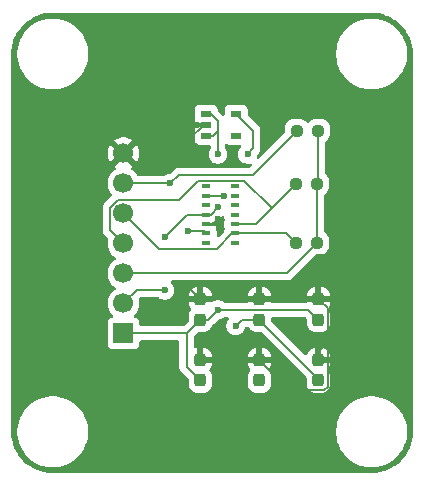
<source format=gbr>
%TF.GenerationSoftware,KiCad,Pcbnew,9.0.6*%
%TF.CreationDate,2026-02-18T16:24:27-08:00*%
%TF.ProjectId,sensor_ppg,73656e73-6f72-45f7-9070-672e6b696361,rev?*%
%TF.SameCoordinates,Original*%
%TF.FileFunction,Copper,L1,Top*%
%TF.FilePolarity,Positive*%
%FSLAX46Y46*%
G04 Gerber Fmt 4.6, Leading zero omitted, Abs format (unit mm)*
G04 Created by KiCad (PCBNEW 9.0.6) date 2026-02-18 16:24:27*
%MOMM*%
%LPD*%
G01*
G04 APERTURE LIST*
G04 Aperture macros list*
%AMRoundRect*
0 Rectangle with rounded corners*
0 $1 Rounding radius*
0 $2 $3 $4 $5 $6 $7 $8 $9 X,Y pos of 4 corners*
0 Add a 4 corners polygon primitive as box body*
4,1,4,$2,$3,$4,$5,$6,$7,$8,$9,$2,$3,0*
0 Add four circle primitives for the rounded corners*
1,1,$1+$1,$2,$3*
1,1,$1+$1,$4,$5*
1,1,$1+$1,$6,$7*
1,1,$1+$1,$8,$9*
0 Add four rect primitives between the rounded corners*
20,1,$1+$1,$2,$3,$4,$5,0*
20,1,$1+$1,$4,$5,$6,$7,0*
20,1,$1+$1,$6,$7,$8,$9,0*
20,1,$1+$1,$8,$9,$2,$3,0*%
G04 Aperture macros list end*
%TA.AperFunction,ComponentPad*%
%ADD10C,1.700000*%
%TD*%
%TA.AperFunction,ComponentPad*%
%ADD11R,1.700000X1.700000*%
%TD*%
%TA.AperFunction,SMDPad,CuDef*%
%ADD12R,0.750000X0.350000*%
%TD*%
%TA.AperFunction,SMDPad,CuDef*%
%ADD13R,0.952500X0.508000*%
%TD*%
%TA.AperFunction,SMDPad,CuDef*%
%ADD14RoundRect,0.237500X0.237500X-0.300000X0.237500X0.300000X-0.237500X0.300000X-0.237500X-0.300000X0*%
%TD*%
%TA.AperFunction,SMDPad,CuDef*%
%ADD15RoundRect,0.237500X-0.250000X-0.237500X0.250000X-0.237500X0.250000X0.237500X-0.250000X0.237500X0*%
%TD*%
%TA.AperFunction,ViaPad*%
%ADD16C,0.600000*%
%TD*%
%TA.AperFunction,Conductor*%
%ADD17C,0.200000*%
%TD*%
G04 APERTURE END LIST*
D10*
%TO.P,J1,7,Pin_7*%
%TO.N,GND*%
X115000000Y-77420000D03*
%TO.P,J1,6,Pin_6*%
%TO.N,/INT*%
X115000000Y-79960000D03*
%TO.P,J1,5,Pin_5*%
%TO.N,/SCL*%
X115000000Y-82500000D03*
%TO.P,J1,4,Pin_4*%
%TO.N,/SDA*%
X115000000Y-85040000D03*
%TO.P,J1,3,Pin_3*%
%TO.N,/VDDIO*%
X115000000Y-87580000D03*
%TO.P,J1,2,Pin_2*%
%TO.N,+1V8*%
X115000000Y-90120000D03*
D11*
%TO.P,J1,1,Pin_1*%
%TO.N,+3.3V*%
X115000000Y-92660000D03*
%TD*%
D12*
%TO.P,U1,1*%
%TO.N,N/C*%
X124400000Y-85000000D03*
%TO.P,U1,2,SCL*%
%TO.N,/SCL*%
X124400000Y-84200000D03*
%TO.P,U1,3,SDA*%
%TO.N,/SDA*%
X124400000Y-83400000D03*
%TO.P,U1,4,PGND*%
%TO.N,unconnected-(U1-PGND-Pad4)*%
X124400000Y-82600000D03*
%TO.P,U1,5*%
%TO.N,N/C*%
X124400000Y-81800000D03*
%TO.P,U1,6*%
X124400000Y-81000000D03*
%TO.P,U1,7*%
X124400000Y-80200000D03*
%TO.P,U1,8*%
X122000000Y-80200000D03*
%TO.P,U1,9,VLED+*%
%TO.N,+3.3V*%
X122000000Y-81000000D03*
%TO.P,U1,10,VLED+__1*%
%TO.N,unconnected-(U1-VLED+__1-Pad10)*%
X122000000Y-81800000D03*
%TO.P,U1,11,VDD*%
%TO.N,+1V8*%
X122000000Y-82600000D03*
%TO.P,U1,12,GND*%
%TO.N,GND*%
X122000000Y-83400000D03*
%TO.P,U1,13,~{INT}*%
%TO.N,/INT*%
X122000000Y-84200000D03*
%TO.P,U1,14*%
%TO.N,N/C*%
X122000000Y-85000000D03*
%TD*%
D13*
%TO.P,U3,5,VOUT*%
%TO.N,+1V8*%
X124552700Y-74049999D03*
%TO.P,U3,4,NC*%
%TO.N,unconnected-(U3-NC-Pad4)*%
X124552700Y-75950001D03*
%TO.P,U3,3,EN*%
%TO.N,+3.3V*%
X122000000Y-75950001D03*
%TO.P,U3,2,GND*%
%TO.N,GND*%
X122000000Y-75000000D03*
%TO.P,U3,1,VIN*%
%TO.N,+3.3V*%
X122000000Y-74049999D03*
%TD*%
D14*
%TO.P,C1,1*%
%TO.N,+3.3V*%
X121500000Y-91500000D03*
%TO.P,C1,2*%
%TO.N,GND*%
X121500000Y-89775000D03*
%TD*%
D15*
%TO.P,R1,2*%
%TO.N,/VDDIO*%
X131412500Y-85000000D03*
%TO.P,R1,1*%
%TO.N,/SCL*%
X129587500Y-85000000D03*
%TD*%
D14*
%TO.P,C6,2*%
%TO.N,GND*%
X131500000Y-94912500D03*
%TO.P,C6,1*%
%TO.N,+1V8*%
X131500000Y-96637500D03*
%TD*%
%TO.P,C4,2*%
%TO.N,GND*%
X126500000Y-94912500D03*
%TO.P,C4,1*%
%TO.N,+1V8*%
X126500000Y-96637500D03*
%TD*%
%TO.P,C3,2*%
%TO.N,GND*%
X126500000Y-89775000D03*
%TO.P,C3,1*%
%TO.N,+1V8*%
X126500000Y-91500000D03*
%TD*%
%TO.P,C2,2*%
%TO.N,GND*%
X121500000Y-94912500D03*
%TO.P,C2,1*%
%TO.N,+3.3V*%
X121500000Y-96637500D03*
%TD*%
%TO.P,C5,2*%
%TO.N,GND*%
X131500000Y-89775000D03*
%TO.P,C5,1*%
%TO.N,+3.3V*%
X131500000Y-91500000D03*
%TD*%
D15*
%TO.P,R3,2*%
%TO.N,/VDDIO*%
X131500000Y-75500000D03*
%TO.P,R3,1*%
%TO.N,/INT*%
X129675000Y-75500000D03*
%TD*%
%TO.P,R2,2*%
%TO.N,/VDDIO*%
X131412500Y-80000000D03*
%TO.P,R2,1*%
%TO.N,/SDA*%
X129587500Y-80000000D03*
%TD*%
D16*
%TO.N,+3.3V*%
X123000000Y-90661500D03*
X123000000Y-90661500D03*
%TO.N,+1V8*%
X124500000Y-92000000D03*
%TO.N,GND*%
X120000000Y-88500000D03*
%TO.N,+1V8*%
X123000000Y-82000000D03*
X125500000Y-77500000D03*
%TO.N,GND*%
X123000000Y-83000000D03*
X120500000Y-78000000D03*
%TO.N,+3.3V*%
X123500000Y-81000000D03*
X123500000Y-81000000D03*
X123000000Y-77500000D03*
%TO.N,/INT*%
X120500000Y-84000000D03*
X118960000Y-79960000D03*
%TO.N,+1V8*%
X118500000Y-84500000D03*
X118500000Y-89000000D03*
%TD*%
D17*
%TO.N,+3.3V*%
X123000000Y-90661500D02*
X123014500Y-90647000D01*
X121500000Y-91500000D02*
X122161500Y-91500000D01*
X122161500Y-91500000D02*
X123000000Y-90661500D01*
%TO.N,+1V8*%
X124500000Y-92000000D02*
X125000000Y-91500000D01*
X125000000Y-91500000D02*
X126500000Y-91500000D01*
%TO.N,GND*%
X120225000Y-88500000D02*
X120000000Y-88500000D01*
X121500000Y-89775000D02*
X120225000Y-88500000D01*
%TO.N,/VDDIO*%
X131412500Y-80000000D02*
X131412500Y-85000000D01*
X131500000Y-75500000D02*
X131500000Y-79912500D01*
X131500000Y-79912500D02*
X131412500Y-80000000D01*
%TO.N,+1V8*%
X123000000Y-82000000D02*
X122400000Y-82600000D01*
X122400000Y-82600000D02*
X122000000Y-82600000D01*
X126000000Y-77000000D02*
X125500000Y-77500000D01*
X126000000Y-75497299D02*
X126000000Y-77000000D01*
X124552700Y-74049999D02*
X126000000Y-75497299D01*
%TO.N,GND*%
X123000000Y-83000000D02*
X122600000Y-83400000D01*
X122600000Y-83400000D02*
X122000000Y-83400000D01*
X120500000Y-76277750D02*
X120500000Y-78000000D01*
X121777750Y-75000000D02*
X120500000Y-76277750D01*
X122000000Y-75000000D02*
X121777750Y-75000000D01*
%TO.N,+3.3V*%
X123000000Y-74667750D02*
X123000000Y-75500000D01*
X122000000Y-75950001D02*
X122549999Y-75950001D01*
X122549999Y-75950001D02*
X123000000Y-75500000D01*
X123500000Y-81000000D02*
X122000000Y-81000000D01*
X122382249Y-74049999D02*
X123000000Y-74667750D01*
X123000000Y-75500000D02*
X123000000Y-77500000D01*
X122000000Y-74049999D02*
X122382249Y-74049999D01*
%TO.N,/INT*%
X129675000Y-75500000D02*
X125951000Y-79224000D01*
X125951000Y-79224000D02*
X119696000Y-79224000D01*
X119696000Y-79224000D02*
X118960000Y-79960000D01*
X120500000Y-84000000D02*
X121800000Y-84000000D01*
X121800000Y-84000000D02*
X122000000Y-84200000D01*
X115000000Y-79960000D02*
X118960000Y-79960000D01*
X119000000Y-80000000D02*
X118960000Y-79960000D01*
%TO.N,+1V8*%
X118500000Y-84500000D02*
X120400000Y-82600000D01*
X120400000Y-82600000D02*
X122000000Y-82600000D01*
X116120000Y-89000000D02*
X118500000Y-89000000D01*
X115000000Y-90120000D02*
X116120000Y-89000000D01*
%TO.N,/SDA*%
X115000000Y-85040000D02*
X113849000Y-83889000D01*
X113849000Y-83889000D02*
X113849000Y-82023240D01*
X114523240Y-81349000D02*
X119699000Y-81349000D01*
X121324000Y-79724000D02*
X125224000Y-79724000D01*
X113849000Y-82023240D02*
X114523240Y-81349000D01*
X119699000Y-81349000D02*
X121324000Y-79724000D01*
X125224000Y-79724000D02*
X127543750Y-82043750D01*
%TO.N,GND*%
X132276000Y-97167134D02*
X132276000Y-93500000D01*
X131500000Y-94912500D02*
X131500000Y-94276000D01*
X131500000Y-94276000D02*
X132276000Y-93500000D01*
X126500000Y-94912500D02*
X129063500Y-97476000D01*
X132276000Y-93500000D02*
X132276000Y-90551000D01*
X129063500Y-97476000D02*
X131967134Y-97476000D01*
X131967134Y-97476000D02*
X132276000Y-97167134D01*
X132276000Y-90551000D02*
X131500000Y-89775000D01*
X121500000Y-94912500D02*
X126500000Y-94912500D01*
%TO.N,+3.3V*%
X121500000Y-96637500D02*
X120340000Y-95477500D01*
X120340000Y-95477500D02*
X120340000Y-92660000D01*
X131500000Y-91500000D02*
X130661500Y-90661500D01*
X130661500Y-90661500D02*
X123000000Y-90661500D01*
%TO.N,+1V8*%
X126500000Y-91500000D02*
X131500000Y-96500000D01*
X131500000Y-96500000D02*
X131500000Y-96637500D01*
%TO.N,GND*%
X126500000Y-89775000D02*
X131500000Y-89775000D01*
X121500000Y-89775000D02*
X126500000Y-89775000D01*
%TO.N,+3.3V*%
X115000000Y-92660000D02*
X120340000Y-92660000D01*
X120340000Y-92660000D02*
X121500000Y-91500000D01*
%TO.N,/VDDIO*%
X115000000Y-87580000D02*
X128832500Y-87580000D01*
X128832500Y-87580000D02*
X131412500Y-85000000D01*
%TO.N,/SDA*%
X129587500Y-80000000D02*
X127543750Y-82043750D01*
%TO.N,/SCL*%
X115000000Y-82500000D02*
X117976000Y-85476000D01*
X124200000Y-84200000D02*
X124400000Y-84200000D01*
X117976000Y-85476000D02*
X122924000Y-85476000D01*
X122924000Y-85476000D02*
X124200000Y-84200000D01*
X129587500Y-85000000D02*
X128787500Y-84200000D01*
X128787500Y-84200000D02*
X124400000Y-84200000D01*
%TO.N,/SDA*%
X127543750Y-82043750D02*
X126187500Y-83400000D01*
X126187500Y-83400000D02*
X124400000Y-83400000D01*
%TO.N,/INT*%
X122200000Y-84200000D02*
X122000000Y-84200000D01*
%TO.N,GND*%
X115000000Y-77420000D02*
X117420000Y-75000000D01*
X117420000Y-75000000D02*
X122000000Y-75000000D01*
%TD*%
%TA.AperFunction,Conductor*%
%TO.N,GND*%
G36*
X123405632Y-82714397D02*
G01*
X123423059Y-82712524D01*
X123439271Y-82720639D01*
X123457097Y-82723947D01*
X123469865Y-82735953D01*
X123485538Y-82743799D01*
X123494788Y-82759390D01*
X123507997Y-82771811D01*
X123520892Y-82803386D01*
X123521190Y-82803888D01*
X123521263Y-82804295D01*
X123521341Y-82804485D01*
X123524500Y-82817127D01*
X123524501Y-82822872D01*
X123530909Y-82882483D01*
X123561007Y-82963184D01*
X123562694Y-82969930D01*
X123561544Y-82998166D01*
X123563561Y-83026358D01*
X123560142Y-83032617D01*
X123559853Y-83039742D01*
X123558577Y-83043331D01*
X123530910Y-83117511D01*
X123530909Y-83117515D01*
X123530909Y-83117517D01*
X123524500Y-83177127D01*
X123524500Y-83177134D01*
X123524500Y-83177135D01*
X123524500Y-83622870D01*
X123524501Y-83622876D01*
X123530908Y-83682483D01*
X123558577Y-83756667D01*
X123559939Y-83775712D01*
X123566237Y-83793740D01*
X123562813Y-83815904D01*
X123563561Y-83826358D01*
X123562984Y-83828884D01*
X123561220Y-83836245D01*
X123530909Y-83917517D01*
X123524500Y-83977127D01*
X123524500Y-83989545D01*
X123521089Y-84003786D01*
X123510698Y-84021904D01*
X123504815Y-84041940D01*
X123488181Y-84062582D01*
X123087180Y-84463582D01*
X123025857Y-84497067D01*
X122956165Y-84492083D01*
X122900232Y-84450211D01*
X122875815Y-84384747D01*
X122875499Y-84375926D01*
X122875499Y-83977128D01*
X122869091Y-83917517D01*
X122841154Y-83842616D01*
X122836171Y-83772927D01*
X122841156Y-83755950D01*
X122868597Y-83682379D01*
X122868597Y-83682377D01*
X122874999Y-83622844D01*
X122875000Y-83622827D01*
X122875000Y-83575000D01*
X122623069Y-83575000D01*
X122614383Y-83572449D01*
X122605422Y-83573738D01*
X122579736Y-83567182D01*
X122482482Y-83530908D01*
X122482483Y-83530908D01*
X122422883Y-83524501D01*
X122422881Y-83524500D01*
X122422873Y-83524500D01*
X122422865Y-83524500D01*
X122210637Y-83524500D01*
X122195149Y-83520350D01*
X122181409Y-83521006D01*
X122148643Y-83507891D01*
X122146909Y-83506890D01*
X122098690Y-83456325D01*
X122085464Y-83387719D01*
X122111428Y-83322853D01*
X122168340Y-83282321D01*
X122208901Y-83275499D01*
X122422872Y-83275499D01*
X122482483Y-83269091D01*
X122579736Y-83232817D01*
X122623069Y-83225000D01*
X122875000Y-83225000D01*
X122875000Y-83177172D01*
X122874999Y-83177155D01*
X122868598Y-83117623D01*
X122859234Y-83092519D01*
X122857963Y-83074753D01*
X122851734Y-83058070D01*
X122855521Y-83040630D01*
X122854248Y-83022827D01*
X122862785Y-83007186D01*
X122866563Y-82989792D01*
X122887677Y-82961580D01*
X122887705Y-82961531D01*
X122887745Y-82961490D01*
X122888718Y-82960517D01*
X122890702Y-82958532D01*
X122890706Y-82958529D01*
X122890725Y-82958510D01*
X122890731Y-82958503D01*
X122926035Y-82923199D01*
X123014662Y-82834572D01*
X123075984Y-82801088D01*
X123078151Y-82800637D01*
X123078840Y-82800500D01*
X123078842Y-82800500D01*
X123233497Y-82769737D01*
X123353591Y-82719992D01*
X123371615Y-82718054D01*
X123388400Y-82711200D01*
X123405632Y-82714397D01*
G37*
%TD.AperFunction*%
%TA.AperFunction,Conductor*%
G36*
X136003032Y-65500648D02*
G01*
X136336929Y-65517052D01*
X136349037Y-65518245D01*
X136452146Y-65533539D01*
X136676699Y-65566849D01*
X136688617Y-65569219D01*
X137009951Y-65649709D01*
X137021588Y-65653240D01*
X137092806Y-65678722D01*
X137333467Y-65764832D01*
X137344688Y-65769479D01*
X137644163Y-65911120D01*
X137654871Y-65916844D01*
X137855728Y-66037233D01*
X137938988Y-66087137D01*
X137949103Y-66093895D01*
X137973817Y-66112224D01*
X138215170Y-66291224D01*
X138224576Y-66298944D01*
X138470013Y-66521395D01*
X138478604Y-66529986D01*
X138665755Y-66736475D01*
X138701055Y-66775423D01*
X138708775Y-66784829D01*
X138906102Y-67050893D01*
X138912862Y-67061011D01*
X139041776Y-67276092D01*
X139083148Y-67345116D01*
X139088885Y-67355848D01*
X139230514Y-67655297D01*
X139235170Y-67666540D01*
X139346759Y-67978411D01*
X139350292Y-67990055D01*
X139430777Y-68311369D01*
X139433151Y-68323305D01*
X139481754Y-68650962D01*
X139482947Y-68663071D01*
X139499351Y-68996966D01*
X139499500Y-69003051D01*
X139499500Y-100996948D01*
X139499351Y-101003033D01*
X139482947Y-101336928D01*
X139481754Y-101349037D01*
X139433151Y-101676694D01*
X139430777Y-101688630D01*
X139350292Y-102009944D01*
X139346759Y-102021588D01*
X139235170Y-102333459D01*
X139230514Y-102344702D01*
X139088885Y-102644151D01*
X139083148Y-102654883D01*
X138912862Y-102938988D01*
X138906102Y-102949106D01*
X138708775Y-103215170D01*
X138701055Y-103224576D01*
X138478611Y-103470006D01*
X138470006Y-103478611D01*
X138224576Y-103701055D01*
X138215170Y-103708775D01*
X137949106Y-103906102D01*
X137938988Y-103912862D01*
X137654883Y-104083148D01*
X137644151Y-104088885D01*
X137344702Y-104230514D01*
X137333459Y-104235170D01*
X137021588Y-104346759D01*
X137009944Y-104350292D01*
X136688630Y-104430777D01*
X136676694Y-104433151D01*
X136349037Y-104481754D01*
X136336928Y-104482947D01*
X136021989Y-104498419D01*
X136003031Y-104499351D01*
X135996949Y-104499500D01*
X109003051Y-104499500D01*
X108996968Y-104499351D01*
X108976900Y-104498365D01*
X108663071Y-104482947D01*
X108650962Y-104481754D01*
X108323305Y-104433151D01*
X108311369Y-104430777D01*
X107990055Y-104350292D01*
X107978411Y-104346759D01*
X107666540Y-104235170D01*
X107655301Y-104230515D01*
X107355844Y-104088883D01*
X107345121Y-104083150D01*
X107061011Y-103912862D01*
X107050893Y-103906102D01*
X106784829Y-103708775D01*
X106775423Y-103701055D01*
X106697297Y-103630246D01*
X106529986Y-103478604D01*
X106521395Y-103470013D01*
X106298944Y-103224576D01*
X106291224Y-103215170D01*
X106093897Y-102949106D01*
X106087137Y-102938988D01*
X106059805Y-102893387D01*
X105916844Y-102654871D01*
X105911120Y-102644163D01*
X105769479Y-102344688D01*
X105764829Y-102333459D01*
X105759427Y-102318362D01*
X105653240Y-102021588D01*
X105649707Y-102009944D01*
X105605123Y-101831953D01*
X105569219Y-101688617D01*
X105566848Y-101676694D01*
X105518245Y-101349037D01*
X105517052Y-101336927D01*
X105500649Y-101003032D01*
X105500500Y-100996948D01*
X105500500Y-100831491D01*
X105999500Y-100831491D01*
X105999500Y-101168508D01*
X106037231Y-101503381D01*
X106037233Y-101503397D01*
X106112223Y-101831953D01*
X106112227Y-101831965D01*
X106223532Y-102150054D01*
X106369752Y-102453683D01*
X106369754Y-102453686D01*
X106549054Y-102739039D01*
X106759175Y-103002523D01*
X106997477Y-103240825D01*
X107260961Y-103450946D01*
X107546314Y-103630246D01*
X107849949Y-103776469D01*
X108088848Y-103860063D01*
X108168034Y-103887772D01*
X108168046Y-103887776D01*
X108496606Y-103962767D01*
X108831492Y-104000499D01*
X108831493Y-104000500D01*
X108831496Y-104000500D01*
X109168507Y-104000500D01*
X109168507Y-104000499D01*
X109503394Y-103962767D01*
X109831954Y-103887776D01*
X110150051Y-103776469D01*
X110453686Y-103630246D01*
X110739039Y-103450946D01*
X111002523Y-103240825D01*
X111240825Y-103002523D01*
X111450946Y-102739039D01*
X111630246Y-102453686D01*
X111776469Y-102150051D01*
X111887776Y-101831954D01*
X111962767Y-101503394D01*
X112000500Y-101168504D01*
X112000500Y-100831496D01*
X112000499Y-100831491D01*
X132999500Y-100831491D01*
X132999500Y-101168508D01*
X133037231Y-101503381D01*
X133037233Y-101503397D01*
X133112223Y-101831953D01*
X133112227Y-101831965D01*
X133223532Y-102150054D01*
X133369752Y-102453683D01*
X133369754Y-102453686D01*
X133549054Y-102739039D01*
X133759175Y-103002523D01*
X133997477Y-103240825D01*
X134260961Y-103450946D01*
X134546314Y-103630246D01*
X134849949Y-103776469D01*
X135088848Y-103860063D01*
X135168034Y-103887772D01*
X135168046Y-103887776D01*
X135496606Y-103962767D01*
X135831492Y-104000499D01*
X135831493Y-104000500D01*
X135831496Y-104000500D01*
X136168507Y-104000500D01*
X136168507Y-104000499D01*
X136503394Y-103962767D01*
X136831954Y-103887776D01*
X137150051Y-103776469D01*
X137453686Y-103630246D01*
X137739039Y-103450946D01*
X138002523Y-103240825D01*
X138240825Y-103002523D01*
X138450946Y-102739039D01*
X138630246Y-102453686D01*
X138776469Y-102150051D01*
X138887776Y-101831954D01*
X138962767Y-101503394D01*
X139000500Y-101168504D01*
X139000500Y-100831496D01*
X138962767Y-100496606D01*
X138887776Y-100168046D01*
X138776469Y-99849949D01*
X138630246Y-99546314D01*
X138450946Y-99260961D01*
X138240825Y-98997477D01*
X138002523Y-98759175D01*
X137739039Y-98549054D01*
X137453686Y-98369754D01*
X137453683Y-98369752D01*
X137150054Y-98223532D01*
X136831965Y-98112227D01*
X136831953Y-98112223D01*
X136503397Y-98037233D01*
X136503381Y-98037231D01*
X136168508Y-97999500D01*
X136168504Y-97999500D01*
X135831496Y-97999500D01*
X135831491Y-97999500D01*
X135496618Y-98037231D01*
X135496602Y-98037233D01*
X135168046Y-98112223D01*
X135168034Y-98112227D01*
X134849945Y-98223532D01*
X134546316Y-98369752D01*
X134260962Y-98549053D01*
X133997477Y-98759174D01*
X133759174Y-98997477D01*
X133549053Y-99260962D01*
X133369752Y-99546316D01*
X133223532Y-99849945D01*
X133112227Y-100168034D01*
X133112223Y-100168046D01*
X133037233Y-100496602D01*
X133037231Y-100496618D01*
X132999500Y-100831491D01*
X112000499Y-100831491D01*
X111962767Y-100496606D01*
X111887776Y-100168046D01*
X111776469Y-99849949D01*
X111630246Y-99546314D01*
X111450946Y-99260961D01*
X111240825Y-98997477D01*
X111002523Y-98759175D01*
X110739039Y-98549054D01*
X110453686Y-98369754D01*
X110453683Y-98369752D01*
X110150054Y-98223532D01*
X109831965Y-98112227D01*
X109831953Y-98112223D01*
X109503397Y-98037233D01*
X109503381Y-98037231D01*
X109168508Y-97999500D01*
X109168504Y-97999500D01*
X108831496Y-97999500D01*
X108831491Y-97999500D01*
X108496618Y-98037231D01*
X108496602Y-98037233D01*
X108168046Y-98112223D01*
X108168034Y-98112227D01*
X107849945Y-98223532D01*
X107546316Y-98369752D01*
X107260962Y-98549053D01*
X106997477Y-98759174D01*
X106759174Y-98997477D01*
X106549053Y-99260962D01*
X106369752Y-99546316D01*
X106223532Y-99849945D01*
X106112227Y-100168034D01*
X106112223Y-100168046D01*
X106037233Y-100496602D01*
X106037231Y-100496618D01*
X105999500Y-100831491D01*
X105500500Y-100831491D01*
X105500500Y-83968054D01*
X113248498Y-83968054D01*
X113250930Y-83977129D01*
X113289423Y-84120785D01*
X113295481Y-84131278D01*
X113295483Y-84131285D01*
X113295485Y-84131285D01*
X113368475Y-84257709D01*
X113368481Y-84257717D01*
X113487349Y-84376585D01*
X113487355Y-84376590D01*
X113666241Y-84555476D01*
X113699726Y-84616799D01*
X113696492Y-84681473D01*
X113682753Y-84723757D01*
X113649500Y-84933713D01*
X113649500Y-85146286D01*
X113671735Y-85286676D01*
X113682754Y-85356243D01*
X113746887Y-85553624D01*
X113748444Y-85558414D01*
X113844951Y-85747820D01*
X113969890Y-85919786D01*
X114120213Y-86070109D01*
X114292182Y-86195050D01*
X114300946Y-86199516D01*
X114351742Y-86247491D01*
X114368536Y-86315312D01*
X114345998Y-86381447D01*
X114300946Y-86420484D01*
X114292182Y-86424949D01*
X114120213Y-86549890D01*
X113969890Y-86700213D01*
X113844951Y-86872179D01*
X113748444Y-87061585D01*
X113682753Y-87263760D01*
X113649500Y-87473713D01*
X113649500Y-87686287D01*
X113682754Y-87896243D01*
X113696486Y-87938507D01*
X113748444Y-88098414D01*
X113844951Y-88287820D01*
X113969890Y-88459786D01*
X114120213Y-88610109D01*
X114292182Y-88735050D01*
X114300946Y-88739516D01*
X114351742Y-88787491D01*
X114368536Y-88855312D01*
X114345998Y-88921447D01*
X114300946Y-88960484D01*
X114292182Y-88964949D01*
X114120213Y-89089890D01*
X113969890Y-89240213D01*
X113844951Y-89412179D01*
X113748444Y-89601585D01*
X113682753Y-89803760D01*
X113649500Y-90013713D01*
X113649500Y-90226286D01*
X113675239Y-90388800D01*
X113682754Y-90436243D01*
X113739467Y-90610788D01*
X113748444Y-90638414D01*
X113844951Y-90827820D01*
X113969890Y-90999786D01*
X114083430Y-91113326D01*
X114116915Y-91174649D01*
X114111931Y-91244341D01*
X114070059Y-91300274D01*
X114039083Y-91317189D01*
X113907669Y-91366203D01*
X113907664Y-91366206D01*
X113792455Y-91452452D01*
X113792452Y-91452455D01*
X113706206Y-91567664D01*
X113706202Y-91567671D01*
X113655908Y-91702517D01*
X113649501Y-91762116D01*
X113649501Y-91762123D01*
X113649500Y-91762135D01*
X113649500Y-93557870D01*
X113649501Y-93557876D01*
X113655908Y-93617483D01*
X113706202Y-93752328D01*
X113706206Y-93752335D01*
X113792452Y-93867544D01*
X113792455Y-93867547D01*
X113907664Y-93953793D01*
X113907671Y-93953797D01*
X114042517Y-94004091D01*
X114042516Y-94004091D01*
X114049444Y-94004835D01*
X114102127Y-94010500D01*
X115897872Y-94010499D01*
X115957483Y-94004091D01*
X116092331Y-93953796D01*
X116207546Y-93867546D01*
X116293796Y-93752331D01*
X116344091Y-93617483D01*
X116350500Y-93557873D01*
X116350500Y-93384500D01*
X116370185Y-93317461D01*
X116422989Y-93271706D01*
X116474500Y-93260500D01*
X119615500Y-93260500D01*
X119682539Y-93280185D01*
X119728294Y-93332989D01*
X119739500Y-93384500D01*
X119739500Y-95390830D01*
X119739499Y-95390848D01*
X119739499Y-95556554D01*
X119739498Y-95556554D01*
X119780423Y-95709285D01*
X119806619Y-95754656D01*
X119806620Y-95754660D01*
X119806621Y-95754660D01*
X119859479Y-95846214D01*
X119859481Y-95846217D01*
X119978349Y-95965085D01*
X119978355Y-95965090D01*
X120488181Y-96474916D01*
X120521666Y-96536239D01*
X120524500Y-96562597D01*
X120524500Y-96986669D01*
X120524501Y-96986687D01*
X120534825Y-97087752D01*
X120571109Y-97197249D01*
X120589092Y-97251516D01*
X120679660Y-97398350D01*
X120801650Y-97520340D01*
X120948484Y-97610908D01*
X121112247Y-97665174D01*
X121213323Y-97675500D01*
X121786676Y-97675499D01*
X121786684Y-97675498D01*
X121786687Y-97675498D01*
X121842030Y-97669844D01*
X121887753Y-97665174D01*
X122051516Y-97610908D01*
X122198350Y-97520340D01*
X122320340Y-97398350D01*
X122410908Y-97251516D01*
X122465174Y-97087753D01*
X122475500Y-96986677D01*
X122475499Y-96288324D01*
X122475498Y-96288315D01*
X125524500Y-96288315D01*
X125524500Y-96986669D01*
X125524501Y-96986687D01*
X125534825Y-97087752D01*
X125571109Y-97197249D01*
X125589092Y-97251516D01*
X125679660Y-97398350D01*
X125801650Y-97520340D01*
X125948484Y-97610908D01*
X126112247Y-97665174D01*
X126213323Y-97675500D01*
X126786676Y-97675499D01*
X126786684Y-97675498D01*
X126786687Y-97675498D01*
X126842030Y-97669844D01*
X126887753Y-97665174D01*
X127051516Y-97610908D01*
X127198350Y-97520340D01*
X127320340Y-97398350D01*
X127410908Y-97251516D01*
X127465174Y-97087753D01*
X127475500Y-96986677D01*
X127475499Y-96288324D01*
X127465174Y-96187247D01*
X127410908Y-96023484D01*
X127320340Y-95876650D01*
X127306017Y-95862327D01*
X127272532Y-95801004D01*
X127277516Y-95731312D01*
X127306021Y-95686960D01*
X127319947Y-95673035D01*
X127410448Y-95526311D01*
X127410453Y-95526300D01*
X127464680Y-95362652D01*
X127474999Y-95261654D01*
X127475000Y-95261641D01*
X127475000Y-95162500D01*
X125525001Y-95162500D01*
X125525001Y-95261654D01*
X125535319Y-95362652D01*
X125589546Y-95526300D01*
X125589551Y-95526311D01*
X125680052Y-95673034D01*
X125680055Y-95673038D01*
X125693982Y-95686965D01*
X125727467Y-95748288D01*
X125722483Y-95817980D01*
X125693984Y-95862325D01*
X125679661Y-95876648D01*
X125589093Y-96023481D01*
X125589092Y-96023484D01*
X125534826Y-96187247D01*
X125534826Y-96187248D01*
X125534825Y-96187248D01*
X125524500Y-96288315D01*
X122475498Y-96288315D01*
X122465174Y-96187247D01*
X122410908Y-96023484D01*
X122320340Y-95876650D01*
X122306017Y-95862327D01*
X122272532Y-95801004D01*
X122277516Y-95731312D01*
X122306021Y-95686960D01*
X122319947Y-95673035D01*
X122410448Y-95526311D01*
X122410453Y-95526300D01*
X122464680Y-95362652D01*
X122474999Y-95261654D01*
X122475000Y-95261641D01*
X122475000Y-95162500D01*
X121624000Y-95162500D01*
X121556961Y-95142815D01*
X121511206Y-95090011D01*
X121500000Y-95038500D01*
X121500000Y-94912500D01*
X121374000Y-94912500D01*
X121306961Y-94892815D01*
X121261206Y-94840011D01*
X121250000Y-94788500D01*
X121250000Y-94662500D01*
X121750000Y-94662500D01*
X122474999Y-94662500D01*
X122474999Y-94563361D01*
X122474998Y-94563345D01*
X125525000Y-94563345D01*
X125525000Y-94662500D01*
X126250000Y-94662500D01*
X126750000Y-94662500D01*
X127474999Y-94662500D01*
X127474999Y-94563360D01*
X127474998Y-94563345D01*
X127464680Y-94462347D01*
X127410453Y-94298699D01*
X127410448Y-94298688D01*
X127319947Y-94151965D01*
X127319944Y-94151961D01*
X127198038Y-94030055D01*
X127198034Y-94030052D01*
X127051311Y-93939551D01*
X127051300Y-93939546D01*
X126887652Y-93885319D01*
X126786654Y-93875000D01*
X126750000Y-93875000D01*
X126750000Y-94662500D01*
X126250000Y-94662500D01*
X126250000Y-93875000D01*
X126213361Y-93875000D01*
X126213343Y-93875001D01*
X126112347Y-93885319D01*
X125948699Y-93939546D01*
X125948688Y-93939551D01*
X125801965Y-94030052D01*
X125801961Y-94030055D01*
X125680055Y-94151961D01*
X125680052Y-94151965D01*
X125589551Y-94298688D01*
X125589546Y-94298699D01*
X125535319Y-94462347D01*
X125525000Y-94563345D01*
X122474998Y-94563345D01*
X122474998Y-94563344D01*
X122464680Y-94462347D01*
X122410453Y-94298699D01*
X122410448Y-94298688D01*
X122319947Y-94151965D01*
X122319944Y-94151961D01*
X122198038Y-94030055D01*
X122198034Y-94030052D01*
X122051311Y-93939551D01*
X122051300Y-93939546D01*
X121887652Y-93885319D01*
X121786654Y-93875000D01*
X121750000Y-93875000D01*
X121750000Y-94662500D01*
X121250000Y-94662500D01*
X121250000Y-93875000D01*
X121213361Y-93875000D01*
X121213343Y-93875001D01*
X121112343Y-93885319D01*
X121103499Y-93888250D01*
X121033671Y-93890650D01*
X120973631Y-93854916D01*
X120942440Y-93792394D01*
X120940500Y-93770543D01*
X120940500Y-92960096D01*
X120960185Y-92893057D01*
X120976815Y-92872419D01*
X121274916Y-92574317D01*
X121336239Y-92540833D01*
X121362597Y-92537999D01*
X121786670Y-92537999D01*
X121786676Y-92537999D01*
X121887753Y-92527674D01*
X122051516Y-92473408D01*
X122198350Y-92382840D01*
X122320340Y-92260850D01*
X122410908Y-92114016D01*
X122422541Y-92078906D01*
X122462313Y-92021463D01*
X122478250Y-92010522D01*
X122518973Y-91987011D01*
X122530216Y-91980520D01*
X122642020Y-91868716D01*
X122642020Y-91868714D01*
X122652224Y-91858511D01*
X122652227Y-91858506D01*
X123014662Y-91496072D01*
X123075983Y-91462589D01*
X123078150Y-91462138D01*
X123136085Y-91450613D01*
X123233497Y-91431237D01*
X123379179Y-91370894D01*
X123386201Y-91366202D01*
X123510875Y-91282898D01*
X123528921Y-91277247D01*
X123544831Y-91267023D01*
X123575792Y-91262571D01*
X123577553Y-91262020D01*
X123579766Y-91262000D01*
X123806559Y-91262000D01*
X123873598Y-91281685D01*
X123919353Y-91334489D01*
X123929297Y-91403647D01*
X123900272Y-91467203D01*
X123894240Y-91473681D01*
X123878213Y-91489707D01*
X123878210Y-91489711D01*
X123790609Y-91620814D01*
X123790602Y-91620827D01*
X123730264Y-91766498D01*
X123730261Y-91766510D01*
X123699500Y-91921153D01*
X123699500Y-92078846D01*
X123730261Y-92233489D01*
X123730264Y-92233501D01*
X123790602Y-92379172D01*
X123790609Y-92379185D01*
X123878210Y-92510288D01*
X123878213Y-92510292D01*
X123989707Y-92621786D01*
X123989711Y-92621789D01*
X124120814Y-92709390D01*
X124120827Y-92709397D01*
X124266498Y-92769735D01*
X124266503Y-92769737D01*
X124421153Y-92800499D01*
X124421156Y-92800500D01*
X124421158Y-92800500D01*
X124578844Y-92800500D01*
X124578845Y-92800499D01*
X124733497Y-92769737D01*
X124879179Y-92709394D01*
X125010289Y-92621789D01*
X125121789Y-92510289D01*
X125209394Y-92379179D01*
X125269737Y-92233497D01*
X125276339Y-92200309D01*
X125291049Y-92172185D01*
X125304243Y-92143297D01*
X125307132Y-92141439D01*
X125308724Y-92138398D01*
X125336306Y-92122691D01*
X125363021Y-92105523D01*
X125367615Y-92104862D01*
X125369439Y-92103824D01*
X125397956Y-92100500D01*
X125511548Y-92100500D01*
X125578587Y-92120185D01*
X125617086Y-92159403D01*
X125679657Y-92260846D01*
X125679660Y-92260850D01*
X125801650Y-92382840D01*
X125948484Y-92473408D01*
X126112247Y-92527674D01*
X126213323Y-92538000D01*
X126637402Y-92537999D01*
X126704441Y-92557683D01*
X126725083Y-92574318D01*
X130488181Y-96337416D01*
X130521666Y-96398739D01*
X130524500Y-96425097D01*
X130524500Y-96986669D01*
X130524501Y-96986687D01*
X130534825Y-97087752D01*
X130571109Y-97197249D01*
X130589092Y-97251516D01*
X130679660Y-97398350D01*
X130801650Y-97520340D01*
X130948484Y-97610908D01*
X131112247Y-97665174D01*
X131213323Y-97675500D01*
X131786676Y-97675499D01*
X131786684Y-97675498D01*
X131786687Y-97675498D01*
X131842030Y-97669844D01*
X131887753Y-97665174D01*
X132051516Y-97610908D01*
X132198350Y-97520340D01*
X132320340Y-97398350D01*
X132410908Y-97251516D01*
X132465174Y-97087753D01*
X132475500Y-96986677D01*
X132475499Y-96288324D01*
X132465174Y-96187247D01*
X132410908Y-96023484D01*
X132320340Y-95876650D01*
X132306017Y-95862327D01*
X132272532Y-95801004D01*
X132277516Y-95731312D01*
X132306021Y-95686960D01*
X132319947Y-95673035D01*
X132410448Y-95526311D01*
X132410453Y-95526300D01*
X132464680Y-95362652D01*
X132474999Y-95261654D01*
X132475000Y-95261641D01*
X132475000Y-95162500D01*
X131624000Y-95162500D01*
X131556961Y-95142815D01*
X131511206Y-95090011D01*
X131500000Y-95038500D01*
X131500000Y-94912500D01*
X131374000Y-94912500D01*
X131306961Y-94892815D01*
X131261206Y-94840011D01*
X131250000Y-94788500D01*
X131250000Y-94662500D01*
X131750000Y-94662500D01*
X132474999Y-94662500D01*
X132474999Y-94563360D01*
X132474998Y-94563345D01*
X132464680Y-94462347D01*
X132410453Y-94298699D01*
X132410448Y-94298688D01*
X132319947Y-94151965D01*
X132319944Y-94151961D01*
X132198038Y-94030055D01*
X132198034Y-94030052D01*
X132051311Y-93939551D01*
X132051300Y-93939546D01*
X131887652Y-93885319D01*
X131786654Y-93875000D01*
X131750000Y-93875000D01*
X131750000Y-94662500D01*
X131250000Y-94662500D01*
X131250000Y-93875000D01*
X131213361Y-93875000D01*
X131213343Y-93875001D01*
X131112347Y-93885319D01*
X130948699Y-93939546D01*
X130948688Y-93939551D01*
X130801965Y-94030052D01*
X130801961Y-94030055D01*
X130680055Y-94151961D01*
X130680052Y-94151965D01*
X130589551Y-94298688D01*
X130589546Y-94298699D01*
X130542867Y-94439568D01*
X130503094Y-94497013D01*
X130438578Y-94523836D01*
X130369802Y-94511521D01*
X130337480Y-94488245D01*
X127511818Y-91662583D01*
X127497114Y-91635655D01*
X127480522Y-91609837D01*
X127479630Y-91603636D01*
X127478333Y-91601260D01*
X127475499Y-91574902D01*
X127475499Y-91386000D01*
X127495184Y-91318961D01*
X127547988Y-91273206D01*
X127599499Y-91262000D01*
X130361403Y-91262000D01*
X130428442Y-91281685D01*
X130449084Y-91298319D01*
X130488181Y-91337416D01*
X130521666Y-91398739D01*
X130524500Y-91425097D01*
X130524500Y-91849169D01*
X130524501Y-91849187D01*
X130534825Y-91950252D01*
X130544856Y-91980522D01*
X130589092Y-92114016D01*
X130679660Y-92260850D01*
X130801650Y-92382840D01*
X130948484Y-92473408D01*
X131112247Y-92527674D01*
X131213323Y-92538000D01*
X131786676Y-92537999D01*
X131786684Y-92537998D01*
X131786687Y-92537998D01*
X131842030Y-92532344D01*
X131887753Y-92527674D01*
X132051516Y-92473408D01*
X132198350Y-92382840D01*
X132320340Y-92260850D01*
X132410908Y-92114016D01*
X132465174Y-91950253D01*
X132475500Y-91849177D01*
X132475499Y-91150824D01*
X132475425Y-91150104D01*
X132465174Y-91049747D01*
X132448618Y-90999786D01*
X132410908Y-90885984D01*
X132320340Y-90739150D01*
X132306017Y-90724827D01*
X132272532Y-90663504D01*
X132277516Y-90593812D01*
X132306021Y-90549460D01*
X132319947Y-90535535D01*
X132410448Y-90388811D01*
X132410453Y-90388800D01*
X132464680Y-90225152D01*
X132474999Y-90124154D01*
X132475000Y-90124141D01*
X132475000Y-90025000D01*
X130524736Y-90025000D01*
X130463997Y-90058166D01*
X130437639Y-90061000D01*
X127562362Y-90061000D01*
X127495323Y-90041315D01*
X127475077Y-90025000D01*
X125524736Y-90025000D01*
X125463997Y-90058166D01*
X125437639Y-90061000D01*
X123579766Y-90061000D01*
X123512727Y-90041315D01*
X123510875Y-90040102D01*
X123379185Y-89952109D01*
X123379172Y-89952102D01*
X123233501Y-89891764D01*
X123233489Y-89891761D01*
X123078845Y-89861000D01*
X123078842Y-89861000D01*
X122921158Y-89861000D01*
X122921155Y-89861000D01*
X122766510Y-89891761D01*
X122766498Y-89891764D01*
X122620827Y-89952102D01*
X122620814Y-89952109D01*
X122543003Y-90004102D01*
X122476326Y-90024980D01*
X122474112Y-90025000D01*
X120525001Y-90025000D01*
X120525001Y-90124154D01*
X120535319Y-90225152D01*
X120589546Y-90388800D01*
X120589551Y-90388811D01*
X120680052Y-90535534D01*
X120680055Y-90535538D01*
X120693982Y-90549465D01*
X120727467Y-90610788D01*
X120722483Y-90680480D01*
X120693984Y-90724825D01*
X120679661Y-90739148D01*
X120589093Y-90885981D01*
X120589092Y-90885984D01*
X120534826Y-91049747D01*
X120534826Y-91049748D01*
X120534825Y-91049748D01*
X120524500Y-91150815D01*
X120524500Y-91574901D01*
X120504815Y-91641940D01*
X120488180Y-91662582D01*
X120200512Y-91950253D01*
X120127584Y-92023181D01*
X120066261Y-92056666D01*
X120039903Y-92059500D01*
X116474499Y-92059500D01*
X116407460Y-92039815D01*
X116361705Y-91987011D01*
X116350499Y-91935500D01*
X116350499Y-91762129D01*
X116350498Y-91762123D01*
X116350497Y-91762116D01*
X116344091Y-91702517D01*
X116329196Y-91662582D01*
X116293797Y-91567671D01*
X116293793Y-91567664D01*
X116207547Y-91452455D01*
X116207544Y-91452452D01*
X116092335Y-91366206D01*
X116092328Y-91366202D01*
X115960917Y-91317189D01*
X115904983Y-91275318D01*
X115880566Y-91209853D01*
X115895418Y-91141580D01*
X115916563Y-91113332D01*
X116030104Y-90999792D01*
X116155051Y-90827816D01*
X116251557Y-90638412D01*
X116317246Y-90436243D01*
X116350500Y-90226287D01*
X116350500Y-90013713D01*
X116317246Y-89803757D01*
X116303944Y-89762818D01*
X116301949Y-89692976D01*
X116338030Y-89633144D01*
X116400731Y-89602316D01*
X116421875Y-89600500D01*
X117920234Y-89600500D01*
X117987273Y-89620185D01*
X117989125Y-89621398D01*
X118120814Y-89709390D01*
X118120827Y-89709397D01*
X118249799Y-89762818D01*
X118266503Y-89769737D01*
X118421153Y-89800499D01*
X118421156Y-89800500D01*
X118421158Y-89800500D01*
X118578844Y-89800500D01*
X118578845Y-89800499D01*
X118733497Y-89769737D01*
X118879179Y-89709394D01*
X119010289Y-89621789D01*
X119121789Y-89510289D01*
X119178213Y-89425845D01*
X120525000Y-89425845D01*
X120525000Y-89525000D01*
X121250000Y-89525000D01*
X121750000Y-89525000D01*
X122474999Y-89525000D01*
X122474999Y-89425861D01*
X122474998Y-89425845D01*
X125525000Y-89425845D01*
X125525000Y-89525000D01*
X126250000Y-89525000D01*
X126750000Y-89525000D01*
X127474999Y-89525000D01*
X127474999Y-89425861D01*
X127474998Y-89425845D01*
X130525000Y-89425845D01*
X130525000Y-89525000D01*
X131250000Y-89525000D01*
X131750000Y-89525000D01*
X132474999Y-89525000D01*
X132474999Y-89425860D01*
X132474998Y-89425845D01*
X132464680Y-89324847D01*
X132410453Y-89161199D01*
X132410448Y-89161188D01*
X132319947Y-89014465D01*
X132319944Y-89014461D01*
X132198038Y-88892555D01*
X132198034Y-88892552D01*
X132051311Y-88802051D01*
X132051300Y-88802046D01*
X131887652Y-88747819D01*
X131786654Y-88737500D01*
X131750000Y-88737500D01*
X131750000Y-89525000D01*
X131250000Y-89525000D01*
X131250000Y-88737500D01*
X131213361Y-88737500D01*
X131213343Y-88737501D01*
X131112347Y-88747819D01*
X130948699Y-88802046D01*
X130948688Y-88802051D01*
X130801965Y-88892552D01*
X130801961Y-88892555D01*
X130680055Y-89014461D01*
X130680052Y-89014465D01*
X130589551Y-89161188D01*
X130589546Y-89161199D01*
X130535319Y-89324847D01*
X130525000Y-89425845D01*
X127474998Y-89425845D01*
X127474998Y-89425844D01*
X127464680Y-89324847D01*
X127410453Y-89161199D01*
X127410448Y-89161188D01*
X127319947Y-89014465D01*
X127319944Y-89014461D01*
X127198038Y-88892555D01*
X127198034Y-88892552D01*
X127051311Y-88802051D01*
X127051300Y-88802046D01*
X126887652Y-88747819D01*
X126786654Y-88737500D01*
X126750000Y-88737500D01*
X126750000Y-89525000D01*
X126250000Y-89525000D01*
X126250000Y-88737500D01*
X126213361Y-88737500D01*
X126213343Y-88737501D01*
X126112347Y-88747819D01*
X125948699Y-88802046D01*
X125948688Y-88802051D01*
X125801965Y-88892552D01*
X125801961Y-88892555D01*
X125680055Y-89014461D01*
X125680052Y-89014465D01*
X125589551Y-89161188D01*
X125589546Y-89161199D01*
X125535319Y-89324847D01*
X125525000Y-89425845D01*
X122474998Y-89425845D01*
X122474998Y-89425844D01*
X122464680Y-89324847D01*
X122410453Y-89161199D01*
X122410448Y-89161188D01*
X122319947Y-89014465D01*
X122319944Y-89014461D01*
X122198038Y-88892555D01*
X122198034Y-88892552D01*
X122051311Y-88802051D01*
X122051300Y-88802046D01*
X121887652Y-88747819D01*
X121786654Y-88737500D01*
X121750000Y-88737500D01*
X121750000Y-89525000D01*
X121250000Y-89525000D01*
X121250000Y-88737500D01*
X121213361Y-88737500D01*
X121213343Y-88737501D01*
X121112347Y-88747819D01*
X120948699Y-88802046D01*
X120948688Y-88802051D01*
X120801965Y-88892552D01*
X120801961Y-88892555D01*
X120680055Y-89014461D01*
X120680052Y-89014465D01*
X120589551Y-89161188D01*
X120589546Y-89161199D01*
X120535319Y-89324847D01*
X120525000Y-89425845D01*
X119178213Y-89425845D01*
X119209394Y-89379179D01*
X119269737Y-89233497D01*
X119300500Y-89078842D01*
X119300500Y-88921158D01*
X119300500Y-88921155D01*
X119300499Y-88921153D01*
X119276807Y-88802046D01*
X119269737Y-88766503D01*
X119256709Y-88735050D01*
X119209397Y-88620827D01*
X119209390Y-88620814D01*
X119121789Y-88489711D01*
X119121786Y-88489707D01*
X119024260Y-88392181D01*
X118990775Y-88330858D01*
X118995759Y-88261166D01*
X119037631Y-88205233D01*
X119103095Y-88180816D01*
X119111941Y-88180500D01*
X128745831Y-88180500D01*
X128745847Y-88180501D01*
X128753443Y-88180501D01*
X128911554Y-88180501D01*
X128911557Y-88180501D01*
X129064285Y-88139577D01*
X129114404Y-88110639D01*
X129201216Y-88060520D01*
X129313020Y-87948716D01*
X129313020Y-87948714D01*
X129323228Y-87938507D01*
X129323230Y-87938504D01*
X131249916Y-86011818D01*
X131311239Y-85978333D01*
X131337597Y-85975499D01*
X131711670Y-85975499D01*
X131711676Y-85975499D01*
X131812753Y-85965174D01*
X131976516Y-85910908D01*
X132123350Y-85820340D01*
X132245340Y-85698350D01*
X132335908Y-85551516D01*
X132390174Y-85387753D01*
X132400500Y-85286677D01*
X132400499Y-84713324D01*
X132399343Y-84702011D01*
X132390174Y-84612247D01*
X132386116Y-84600000D01*
X132335908Y-84448484D01*
X132245340Y-84301650D01*
X132123350Y-84179660D01*
X132123349Y-84179659D01*
X132071902Y-84147926D01*
X132025178Y-84095978D01*
X132013000Y-84042388D01*
X132013000Y-80957610D01*
X132032685Y-80890571D01*
X132071901Y-80852073D01*
X132123350Y-80820340D01*
X132245340Y-80698350D01*
X132335908Y-80551516D01*
X132390174Y-80387753D01*
X132400500Y-80286677D01*
X132400499Y-79713324D01*
X132390174Y-79612247D01*
X132335908Y-79448484D01*
X132245340Y-79301650D01*
X132136819Y-79193129D01*
X132103334Y-79131806D01*
X132100500Y-79105448D01*
X132100500Y-76457610D01*
X132120185Y-76390571D01*
X132159401Y-76352073D01*
X132210850Y-76320340D01*
X132332840Y-76198350D01*
X132423408Y-76051516D01*
X132477674Y-75887753D01*
X132488000Y-75786677D01*
X132487999Y-75213324D01*
X132486178Y-75195502D01*
X132477674Y-75112247D01*
X132464172Y-75071501D01*
X132423408Y-74948484D01*
X132332840Y-74801650D01*
X132210850Y-74679660D01*
X132064016Y-74589092D01*
X131900253Y-74534826D01*
X131900251Y-74534825D01*
X131799178Y-74524500D01*
X131200830Y-74524500D01*
X131200812Y-74524501D01*
X131099747Y-74534825D01*
X130935984Y-74589092D01*
X130935981Y-74589093D01*
X130789148Y-74679661D01*
X130675181Y-74793629D01*
X130613858Y-74827114D01*
X130544166Y-74822130D01*
X130499819Y-74793629D01*
X130385851Y-74679661D01*
X130385850Y-74679660D01*
X130239016Y-74589092D01*
X130075253Y-74534826D01*
X130075251Y-74534825D01*
X129974178Y-74524500D01*
X129375830Y-74524500D01*
X129375812Y-74524501D01*
X129274747Y-74534825D01*
X129110984Y-74589092D01*
X129110981Y-74589093D01*
X128964148Y-74679661D01*
X128842161Y-74801648D01*
X128751593Y-74948481D01*
X128751592Y-74948484D01*
X128697326Y-75112247D01*
X128697326Y-75112248D01*
X128697325Y-75112248D01*
X128687000Y-75213315D01*
X128687000Y-75587402D01*
X128667315Y-75654441D01*
X128650681Y-75675083D01*
X126478697Y-77847066D01*
X126448998Y-77863282D01*
X126419532Y-77880062D01*
X126418382Y-77880000D01*
X126417374Y-77880551D01*
X126383583Y-77878134D01*
X126349762Y-77876321D01*
X126348830Y-77875649D01*
X126347682Y-77875567D01*
X126320558Y-77855262D01*
X126293091Y-77835455D01*
X126292669Y-77834384D01*
X126291749Y-77833695D01*
X126279914Y-77801965D01*
X126267509Y-77770436D01*
X126267590Y-77768923D01*
X126267332Y-77768231D01*
X126269399Y-77735193D01*
X126269735Y-77733499D01*
X126269737Y-77733497D01*
X126293707Y-77612993D01*
X126300638Y-77578150D01*
X126333023Y-77516239D01*
X126334508Y-77514727D01*
X126480520Y-77368716D01*
X126559577Y-77231784D01*
X126600501Y-77079057D01*
X126600501Y-76920942D01*
X126600501Y-76913347D01*
X126600500Y-76913329D01*
X126600500Y-75418244D01*
X126600500Y-75418242D01*
X126560301Y-75268215D01*
X126559577Y-75265514D01*
X126519155Y-75195501D01*
X126519155Y-75195500D01*
X126480524Y-75128589D01*
X126480521Y-75128585D01*
X126480520Y-75128583D01*
X126368716Y-75016779D01*
X126368715Y-75016778D01*
X126364385Y-75012448D01*
X126364374Y-75012438D01*
X125565768Y-74213832D01*
X125532283Y-74152509D01*
X125529449Y-74126151D01*
X125529449Y-73748128D01*
X125529448Y-73748122D01*
X125523041Y-73688515D01*
X125472747Y-73553670D01*
X125472743Y-73553663D01*
X125386497Y-73438454D01*
X125386494Y-73438451D01*
X125271285Y-73352205D01*
X125271278Y-73352201D01*
X125136432Y-73301907D01*
X125136433Y-73301907D01*
X125076833Y-73295500D01*
X125076831Y-73295499D01*
X125076823Y-73295499D01*
X125076814Y-73295499D01*
X124028579Y-73295499D01*
X124028573Y-73295500D01*
X123968966Y-73301907D01*
X123834121Y-73352201D01*
X123834114Y-73352205D01*
X123718905Y-73438451D01*
X123718902Y-73438454D01*
X123632656Y-73553663D01*
X123632652Y-73553670D01*
X123582360Y-73688512D01*
X123582359Y-73688516D01*
X123575950Y-73748126D01*
X123575950Y-73748133D01*
X123575950Y-73748134D01*
X123575950Y-74095103D01*
X123556265Y-74162142D01*
X123503461Y-74207897D01*
X123434303Y-74217841D01*
X123370747Y-74188816D01*
X123364269Y-74182784D01*
X123013016Y-73831531D01*
X122979531Y-73770208D01*
X122976873Y-73750461D01*
X122976749Y-73748149D01*
X122976749Y-73748127D01*
X122970341Y-73688516D01*
X122920046Y-73553668D01*
X122920045Y-73553667D01*
X122920043Y-73553663D01*
X122833797Y-73438454D01*
X122833794Y-73438451D01*
X122718585Y-73352205D01*
X122718578Y-73352201D01*
X122583732Y-73301907D01*
X122583733Y-73301907D01*
X122524133Y-73295500D01*
X122524131Y-73295499D01*
X122524123Y-73295499D01*
X122524114Y-73295499D01*
X121475879Y-73295499D01*
X121475873Y-73295500D01*
X121416266Y-73301907D01*
X121281421Y-73352201D01*
X121281414Y-73352205D01*
X121166205Y-73438451D01*
X121166202Y-73438454D01*
X121079956Y-73553663D01*
X121079952Y-73553670D01*
X121029660Y-73688512D01*
X121029659Y-73688516D01*
X121023250Y-73748126D01*
X121023250Y-73748133D01*
X121023250Y-73748134D01*
X121023250Y-74351869D01*
X121023251Y-74351875D01*
X121029658Y-74411481D01*
X121056102Y-74482380D01*
X121061086Y-74552072D01*
X121056102Y-74569045D01*
X121030153Y-74638616D01*
X121030151Y-74638627D01*
X121023750Y-74698155D01*
X121023750Y-74750000D01*
X121264959Y-74750000D01*
X121308292Y-74757818D01*
X121416267Y-74798090D01*
X121475877Y-74804499D01*
X121876001Y-74804498D01*
X121884686Y-74807048D01*
X121893647Y-74805760D01*
X121917683Y-74816737D01*
X121943039Y-74824182D01*
X121948967Y-74831024D01*
X121957203Y-74834785D01*
X121971489Y-74857016D01*
X121988794Y-74876986D01*
X121991081Y-74887501D01*
X121994977Y-74893563D01*
X122000000Y-74928498D01*
X122000000Y-75071501D01*
X121980315Y-75138540D01*
X121927511Y-75184295D01*
X121876000Y-75195501D01*
X121475879Y-75195501D01*
X121475873Y-75195502D01*
X121416266Y-75201909D01*
X121308292Y-75242182D01*
X121264959Y-75250000D01*
X121023750Y-75250000D01*
X121023750Y-75301844D01*
X121030151Y-75361372D01*
X121030153Y-75361379D01*
X121056102Y-75430952D01*
X121061086Y-75500644D01*
X121056102Y-75517617D01*
X121029660Y-75588512D01*
X121029659Y-75588516D01*
X121029659Y-75588518D01*
X121023250Y-75648128D01*
X121023250Y-75648135D01*
X121023250Y-75648136D01*
X121023250Y-76251871D01*
X121023251Y-76251877D01*
X121029658Y-76311484D01*
X121079952Y-76446329D01*
X121079956Y-76446336D01*
X121166202Y-76561545D01*
X121166205Y-76561548D01*
X121281414Y-76647794D01*
X121281421Y-76647798D01*
X121416267Y-76698092D01*
X121416266Y-76698092D01*
X121423194Y-76698836D01*
X121475877Y-76704501D01*
X122275500Y-76704500D01*
X122284186Y-76707050D01*
X122293147Y-76705762D01*
X122317183Y-76716739D01*
X122342539Y-76724184D01*
X122348467Y-76731026D01*
X122356703Y-76734787D01*
X122370989Y-76757018D01*
X122388294Y-76776988D01*
X122390581Y-76787503D01*
X122394477Y-76793565D01*
X122399500Y-76828500D01*
X122399500Y-76920234D01*
X122379815Y-76987273D01*
X122378602Y-76989125D01*
X122290609Y-77120814D01*
X122290602Y-77120827D01*
X122230264Y-77266498D01*
X122230261Y-77266510D01*
X122199500Y-77421153D01*
X122199500Y-77578846D01*
X122230261Y-77733489D01*
X122230264Y-77733501D01*
X122290602Y-77879172D01*
X122290609Y-77879185D01*
X122378210Y-78010288D01*
X122378213Y-78010292D01*
X122489707Y-78121786D01*
X122489711Y-78121789D01*
X122620814Y-78209390D01*
X122620827Y-78209397D01*
X122765687Y-78269399D01*
X122766503Y-78269737D01*
X122921153Y-78300499D01*
X122921156Y-78300500D01*
X122921158Y-78300500D01*
X123078844Y-78300500D01*
X123078845Y-78300499D01*
X123233497Y-78269737D01*
X123379179Y-78209394D01*
X123510289Y-78121789D01*
X123621789Y-78010289D01*
X123709394Y-77879179D01*
X123769737Y-77733497D01*
X123800500Y-77578842D01*
X123800500Y-77421158D01*
X123800500Y-77421155D01*
X123800499Y-77421153D01*
X123800269Y-77419999D01*
X123769737Y-77266503D01*
X123755359Y-77231790D01*
X123709397Y-77120827D01*
X123709390Y-77120814D01*
X123621398Y-76989125D01*
X123615747Y-76971078D01*
X123605523Y-76955169D01*
X123601071Y-76924207D01*
X123600520Y-76922447D01*
X123600500Y-76920234D01*
X123600500Y-76720632D01*
X123620185Y-76653593D01*
X123672989Y-76607838D01*
X123742147Y-76597894D01*
X123798812Y-76621366D01*
X123834118Y-76647796D01*
X123834121Y-76647798D01*
X123968967Y-76698092D01*
X123968966Y-76698092D01*
X123975894Y-76698836D01*
X124028577Y-76704501D01*
X124864058Y-76704500D01*
X124931097Y-76724184D01*
X124976852Y-76776988D01*
X124986796Y-76846147D01*
X124957771Y-76909703D01*
X124951740Y-76916181D01*
X124878210Y-76989711D01*
X124790609Y-77120814D01*
X124790602Y-77120827D01*
X124730264Y-77266498D01*
X124730261Y-77266510D01*
X124699500Y-77421153D01*
X124699500Y-77578846D01*
X124730261Y-77733489D01*
X124730264Y-77733501D01*
X124790602Y-77879172D01*
X124790609Y-77879185D01*
X124878210Y-78010288D01*
X124878213Y-78010292D01*
X124989707Y-78121786D01*
X124989711Y-78121789D01*
X125120814Y-78209390D01*
X125120827Y-78209397D01*
X125265687Y-78269399D01*
X125266503Y-78269737D01*
X125421153Y-78300499D01*
X125421156Y-78300500D01*
X125421158Y-78300500D01*
X125578844Y-78300500D01*
X125652781Y-78285792D01*
X125733497Y-78269737D01*
X125733499Y-78269736D01*
X125735194Y-78269399D01*
X125804786Y-78275626D01*
X125859963Y-78318489D01*
X125883208Y-78384378D01*
X125867141Y-78452375D01*
X125847068Y-78478696D01*
X125738582Y-78587182D01*
X125677262Y-78620666D01*
X125650903Y-78623500D01*
X119775057Y-78623500D01*
X119616943Y-78623500D01*
X119464215Y-78664423D01*
X119464214Y-78664423D01*
X119464212Y-78664424D01*
X119464209Y-78664425D01*
X119414096Y-78693359D01*
X119414095Y-78693360D01*
X119370689Y-78718420D01*
X119327285Y-78743479D01*
X119327282Y-78743481D01*
X118945339Y-79125425D01*
X118884016Y-79158910D01*
X118881850Y-79159361D01*
X118726508Y-79190261D01*
X118726498Y-79190264D01*
X118580827Y-79250602D01*
X118580814Y-79250609D01*
X118449125Y-79338602D01*
X118382447Y-79359480D01*
X118380234Y-79359500D01*
X116285719Y-79359500D01*
X116218680Y-79339815D01*
X116175235Y-79291795D01*
X116155052Y-79252185D01*
X116155051Y-79252184D01*
X116030109Y-79080213D01*
X115879786Y-78929890D01*
X115707817Y-78804949D01*
X115698504Y-78800204D01*
X115647707Y-78752230D01*
X115630912Y-78684409D01*
X115653449Y-78618274D01*
X115698507Y-78579232D01*
X115707555Y-78574622D01*
X115761716Y-78535270D01*
X115761717Y-78535270D01*
X115129408Y-77902962D01*
X115192993Y-77885925D01*
X115307007Y-77820099D01*
X115400099Y-77727007D01*
X115465925Y-77612993D01*
X115482962Y-77549409D01*
X116115270Y-78181717D01*
X116115270Y-78181716D01*
X116154622Y-78127554D01*
X116251095Y-77938217D01*
X116316757Y-77736130D01*
X116316757Y-77736127D01*
X116350000Y-77526246D01*
X116350000Y-77313753D01*
X116316757Y-77103872D01*
X116316757Y-77103869D01*
X116251095Y-76901782D01*
X116154624Y-76712449D01*
X116115270Y-76658282D01*
X116115269Y-76658282D01*
X115482962Y-77290590D01*
X115465925Y-77227007D01*
X115400099Y-77112993D01*
X115307007Y-77019901D01*
X115192993Y-76954075D01*
X115129409Y-76937037D01*
X115761716Y-76304728D01*
X115707550Y-76265375D01*
X115518217Y-76168904D01*
X115316129Y-76103242D01*
X115106246Y-76070000D01*
X114893754Y-76070000D01*
X114683872Y-76103242D01*
X114683869Y-76103242D01*
X114481782Y-76168904D01*
X114292439Y-76265380D01*
X114238282Y-76304727D01*
X114238282Y-76304728D01*
X114870591Y-76937037D01*
X114807007Y-76954075D01*
X114692993Y-77019901D01*
X114599901Y-77112993D01*
X114534075Y-77227007D01*
X114517037Y-77290591D01*
X113884728Y-76658282D01*
X113884727Y-76658282D01*
X113845380Y-76712439D01*
X113748904Y-76901782D01*
X113683242Y-77103869D01*
X113683242Y-77103872D01*
X113650000Y-77313753D01*
X113650000Y-77526246D01*
X113683242Y-77736127D01*
X113683242Y-77736130D01*
X113748904Y-77938217D01*
X113845375Y-78127550D01*
X113884728Y-78181716D01*
X114517037Y-77549408D01*
X114534075Y-77612993D01*
X114599901Y-77727007D01*
X114692993Y-77820099D01*
X114807007Y-77885925D01*
X114870590Y-77902962D01*
X114238282Y-78535269D01*
X114238282Y-78535270D01*
X114292452Y-78574626D01*
X114292451Y-78574626D01*
X114301495Y-78579234D01*
X114352292Y-78627208D01*
X114369087Y-78695029D01*
X114346550Y-78761164D01*
X114301499Y-78800202D01*
X114292182Y-78804949D01*
X114120213Y-78929890D01*
X113969890Y-79080213D01*
X113844951Y-79252179D01*
X113748444Y-79441585D01*
X113682753Y-79643760D01*
X113660364Y-79785121D01*
X113649500Y-79853713D01*
X113649500Y-80066287D01*
X113682754Y-80276243D01*
X113718985Y-80387751D01*
X113748444Y-80478414D01*
X113844951Y-80667820D01*
X113969890Y-80839786D01*
X113988873Y-80858769D01*
X114022358Y-80920092D01*
X114017374Y-80989784D01*
X113988873Y-81034131D01*
X113368481Y-81654522D01*
X113368480Y-81654524D01*
X113329026Y-81722861D01*
X113289423Y-81791455D01*
X113248499Y-81944183D01*
X113248499Y-82102297D01*
X113248499Y-82102299D01*
X113248500Y-82112298D01*
X113248500Y-83802330D01*
X113248499Y-83802348D01*
X113248499Y-83968054D01*
X113248498Y-83968054D01*
X105500500Y-83968054D01*
X105500500Y-69003051D01*
X105500649Y-68996967D01*
X105508778Y-68831491D01*
X105999500Y-68831491D01*
X105999500Y-69168508D01*
X106037231Y-69503381D01*
X106037233Y-69503397D01*
X106112223Y-69831953D01*
X106112227Y-69831965D01*
X106223532Y-70150054D01*
X106369752Y-70453683D01*
X106369754Y-70453686D01*
X106549054Y-70739039D01*
X106759175Y-71002523D01*
X106997477Y-71240825D01*
X107260961Y-71450946D01*
X107546314Y-71630246D01*
X107849949Y-71776469D01*
X108088848Y-71860063D01*
X108168034Y-71887772D01*
X108168046Y-71887776D01*
X108496606Y-71962767D01*
X108831492Y-72000499D01*
X108831493Y-72000500D01*
X108831496Y-72000500D01*
X109168507Y-72000500D01*
X109168507Y-72000499D01*
X109503394Y-71962767D01*
X109831954Y-71887776D01*
X110150051Y-71776469D01*
X110453686Y-71630246D01*
X110739039Y-71450946D01*
X111002523Y-71240825D01*
X111240825Y-71002523D01*
X111450946Y-70739039D01*
X111630246Y-70453686D01*
X111776469Y-70150051D01*
X111887776Y-69831954D01*
X111962767Y-69503394D01*
X112000500Y-69168504D01*
X112000500Y-68831496D01*
X112000499Y-68831491D01*
X132999500Y-68831491D01*
X132999500Y-69168508D01*
X133037231Y-69503381D01*
X133037233Y-69503397D01*
X133112223Y-69831953D01*
X133112227Y-69831965D01*
X133223532Y-70150054D01*
X133369752Y-70453683D01*
X133369754Y-70453686D01*
X133549054Y-70739039D01*
X133759175Y-71002523D01*
X133997477Y-71240825D01*
X134260961Y-71450946D01*
X134546314Y-71630246D01*
X134849949Y-71776469D01*
X135088848Y-71860063D01*
X135168034Y-71887772D01*
X135168046Y-71887776D01*
X135496606Y-71962767D01*
X135831492Y-72000499D01*
X135831493Y-72000500D01*
X135831496Y-72000500D01*
X136168507Y-72000500D01*
X136168507Y-72000499D01*
X136503394Y-71962767D01*
X136831954Y-71887776D01*
X137150051Y-71776469D01*
X137453686Y-71630246D01*
X137739039Y-71450946D01*
X138002523Y-71240825D01*
X138240825Y-71002523D01*
X138450946Y-70739039D01*
X138630246Y-70453686D01*
X138776469Y-70150051D01*
X138887776Y-69831954D01*
X138962767Y-69503394D01*
X139000500Y-69168504D01*
X139000500Y-68831496D01*
X138962767Y-68496606D01*
X138887776Y-68168046D01*
X138776469Y-67849949D01*
X138630246Y-67546314D01*
X138450946Y-67260961D01*
X138240825Y-66997477D01*
X138002523Y-66759175D01*
X137739039Y-66549054D01*
X137453686Y-66369754D01*
X137453683Y-66369752D01*
X137150054Y-66223532D01*
X136831965Y-66112227D01*
X136831953Y-66112223D01*
X136503397Y-66037233D01*
X136503381Y-66037231D01*
X136168508Y-65999500D01*
X136168504Y-65999500D01*
X135831496Y-65999500D01*
X135831491Y-65999500D01*
X135496618Y-66037231D01*
X135496602Y-66037233D01*
X135168046Y-66112223D01*
X135168034Y-66112227D01*
X134849945Y-66223532D01*
X134546316Y-66369752D01*
X134260962Y-66549053D01*
X133997477Y-66759174D01*
X133759174Y-66997477D01*
X133549053Y-67260962D01*
X133369752Y-67546316D01*
X133223532Y-67849945D01*
X133112227Y-68168034D01*
X133112223Y-68168046D01*
X133037233Y-68496602D01*
X133037231Y-68496618D01*
X132999500Y-68831491D01*
X112000499Y-68831491D01*
X111962767Y-68496606D01*
X111887776Y-68168046D01*
X111776469Y-67849949D01*
X111630246Y-67546314D01*
X111450946Y-67260961D01*
X111240825Y-66997477D01*
X111002523Y-66759175D01*
X110739039Y-66549054D01*
X110453686Y-66369754D01*
X110453683Y-66369752D01*
X110150054Y-66223532D01*
X109831965Y-66112227D01*
X109831953Y-66112223D01*
X109503397Y-66037233D01*
X109503381Y-66037231D01*
X109168508Y-65999500D01*
X109168504Y-65999500D01*
X108831496Y-65999500D01*
X108831491Y-65999500D01*
X108496618Y-66037231D01*
X108496602Y-66037233D01*
X108168046Y-66112223D01*
X108168034Y-66112227D01*
X107849945Y-66223532D01*
X107546316Y-66369752D01*
X107260962Y-66549053D01*
X106997477Y-66759174D01*
X106759174Y-66997477D01*
X106549053Y-67260962D01*
X106369752Y-67546316D01*
X106223532Y-67849945D01*
X106112227Y-68168034D01*
X106112223Y-68168046D01*
X106037233Y-68496602D01*
X106037231Y-68496618D01*
X105999500Y-68831491D01*
X105508778Y-68831491D01*
X105509248Y-68821933D01*
X105517052Y-68663072D01*
X105518245Y-68650962D01*
X105541140Y-68496618D01*
X105566849Y-68323296D01*
X105569218Y-68311385D01*
X105649710Y-67990043D01*
X105653240Y-67978411D01*
X105685183Y-67889137D01*
X105764835Y-67666525D01*
X105769476Y-67655318D01*
X105911124Y-67355828D01*
X105916840Y-67345136D01*
X106087145Y-67060998D01*
X106093888Y-67050905D01*
X106291232Y-66784818D01*
X106298935Y-66775433D01*
X106521405Y-66529975D01*
X106529975Y-66521405D01*
X106775433Y-66298935D01*
X106784818Y-66291232D01*
X107050905Y-66093888D01*
X107060998Y-66087145D01*
X107345136Y-65916840D01*
X107355828Y-65911124D01*
X107655318Y-65769476D01*
X107666525Y-65764835D01*
X107978412Y-65653239D01*
X107990043Y-65649710D01*
X108311385Y-65569218D01*
X108323296Y-65566849D01*
X108650962Y-65518244D01*
X108663068Y-65517052D01*
X108996967Y-65500648D01*
X109003051Y-65500500D01*
X109065892Y-65500500D01*
X135934108Y-65500500D01*
X135996949Y-65500500D01*
X136003032Y-65500648D01*
G37*
%TD.AperFunction*%
%TD*%
M02*

</source>
